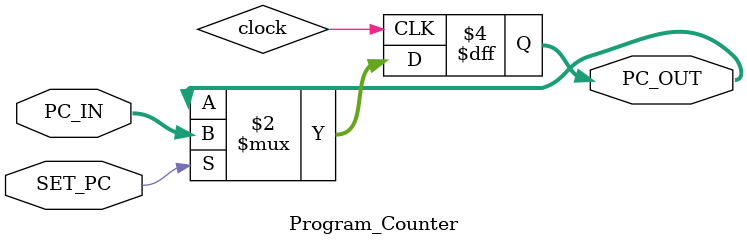
<source format=v>
`timescale 1ns / 1ps


module Program_Counter(
    input SET_PC,
    input [7:0] PC_IN,
    output reg [7:0] PC_OUT
    );
    always @(posedge clock)begin
    if(SET_PC) PC_OUT <= PC_IN;
    end
endmodule

</source>
